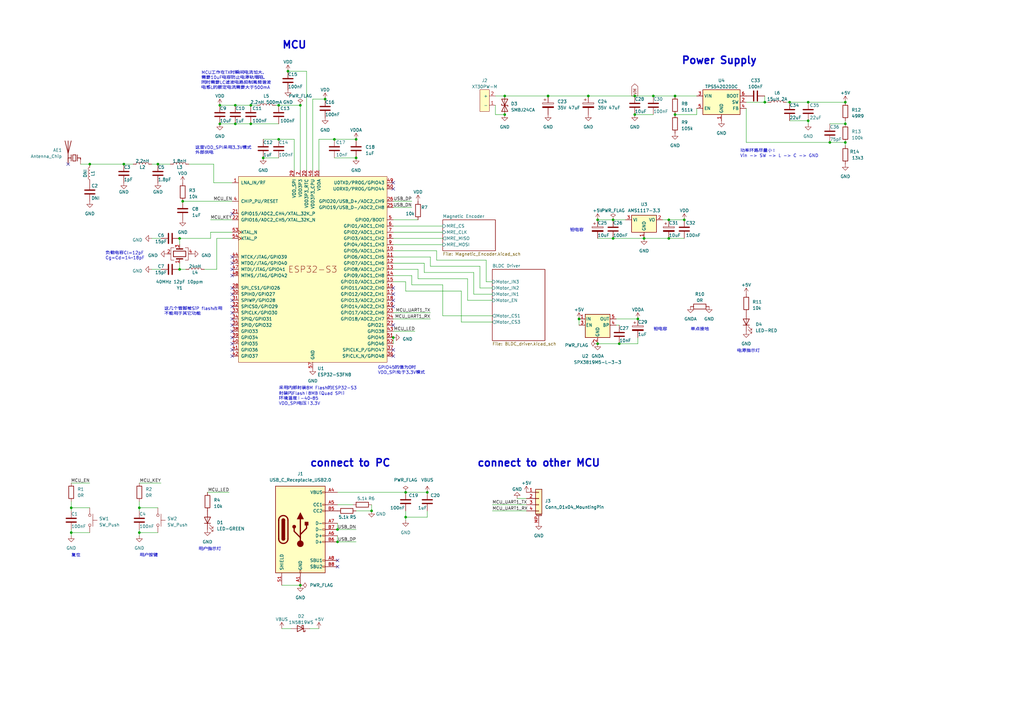
<source format=kicad_sch>
(kicad_sch (version 20230121) (generator eeschema)
  (paper "A3")
  (title_block (title "ServoLess") (date "2023-03-17") (rev "V2.0") (company "Aiano"))
  (junction (at 264.16 97.79))
  (junction (at 224.79 39.37))
  (junction (at 146.05 64.77))
  (junction (at 251.46 97.79))
  (junction (at 346.71 58.42))
  (junction (at 260.35 46.99))
  (junction (at 133.35 40.64))
  (junction (at 152.4 209.55))
  (junction (at 245.11 90.17))
  (junction (at 166.37 201.93))
  (junction (at 102.87 50.8))
  (junction (at 90.17 50.8))
  (junction (at 340.36 58.42))
  (junction (at 114.3 43.18))
  (junction (at 207.01 46.99))
  (junction (at 114.3 57.15))
  (junction (at 118.11 29.21))
  (junction (at 331.47 49.53))
  (junction (at 29.21 208.28))
  (junction (at 123.19 43.18))
  (junction (at 123.19 240.03))
  (junction (at 64.77 67.31))
  (junction (at 237.49 130.81))
  (junction (at 74.93 82.55))
  (junction (at 36.83 67.31))
  (junction (at 280.67 90.17))
  (junction (at 267.97 39.37))
  (junction (at 146.05 57.15))
  (junction (at 138.43 222.25))
  (junction (at 96.52 50.8))
  (junction (at 73.66 97.79))
  (junction (at 137.16 57.15))
  (junction (at 161.29 138.43))
  (junction (at 207.01 39.37))
  (junction (at 274.32 97.79))
  (junction (at 260.35 39.37))
  (junction (at 245.11 140.97))
  (junction (at 346.71 41.91))
  (junction (at 175.26 201.93))
  (junction (at 346.71 50.8))
  (junction (at 90.17 43.18))
  (junction (at 241.3 39.37))
  (junction (at 331.47 41.91))
  (junction (at 251.46 90.17))
  (junction (at 166.37 212.09))
  (junction (at 50.8 67.31))
  (junction (at 29.21 218.44))
  (junction (at 73.66 110.49))
  (junction (at 274.32 90.17))
  (junction (at 261.62 130.81))
  (junction (at 276.86 39.37))
  (junction (at 57.15 218.44))
  (junction (at 57.15 208.28))
  (junction (at 254 140.97))
  (junction (at 138.43 217.17))
  (junction (at 96.52 43.18))
  (junction (at 276.86 46.99))
  (junction (at 323.85 41.91))
  (junction (at 107.95 64.77))
  (junction (at 102.87 43.18))
  (junction (at 313.69 41.91))
  (no_connect (at 95.25 146.05))
  (no_connect (at 95.25 107.95))
  (no_connect (at 161.29 133.35))
  (no_connect (at 95.25 130.81))
  (no_connect (at 95.25 113.03))
  (no_connect (at 161.29 143.51))
  (no_connect (at 138.43 232.41))
  (no_connect (at 161.29 118.11))
  (no_connect (at 95.25 140.97))
  (no_connect (at 95.25 128.27))
  (no_connect (at 138.43 229.87))
  (no_connect (at 95.25 143.51))
  (no_connect (at 95.25 105.41))
  (no_connect (at 95.25 87.63))
  (no_connect (at 161.29 74.93))
  (no_connect (at 95.25 135.89))
  (no_connect (at 161.29 125.73))
  (no_connect (at 161.29 123.19))
  (no_connect (at 95.25 123.19))
  (no_connect (at 95.25 138.43))
  (no_connect (at 95.25 110.49))
  (no_connect (at 95.25 120.65))
  (no_connect (at 95.25 118.11))
  (no_connect (at 161.29 77.47))
  (no_connect (at 27.94 67.31))
  (no_connect (at 161.29 120.65))
  (no_connect (at 95.25 125.73))
  (no_connect (at 161.29 146.05))
  (no_connect (at 95.25 133.35))
  (wire (pts (xy 189.23 132.08) (xy 201.93 132.08)))
  (wire (pts (xy 271.78 90.17) (xy 274.32 90.17)))
  (wire (pts (xy 196.85 109.22) (xy 196.85 118.11)))
  (wire (pts (xy 168.91 82.55) (xy 161.29 82.55)))
  (wire (pts (xy 274.32 97.79) (xy 280.67 97.79)))
  (wire (pts (xy 207.01 39.37) (xy 224.79 39.37)))
  (wire (pts (xy 36.83 198.12) (xy 29.21 198.12)))
  (wire (pts (xy 173.99 111.76) (xy 194.31 111.76)))
  (wire (pts (xy 62.23 110.49) (xy 66.04 110.49)))
  (wire (pts (xy 168.91 85.09) (xy 161.29 85.09)))
  (wire (pts (xy 57.15 205.74) (xy 57.15 208.28)))
  (wire (pts (xy 115.57 240.03) (xy 123.19 240.03)))
  (wire (pts (xy 237.49 130.81) (xy 237.49 133.35)))
  (wire (pts (xy 201.93 207.01) (xy 215.9 207.01)))
  (wire (pts (xy 137.16 64.77) (xy 146.05 64.77)))
  (wire (pts (xy 203.2 43.18) (xy 203.2 46.99)))
  (wire (pts (xy 73.66 97.79) (xy 73.66 100.33)))
  (wire (pts (xy 254 140.97) (xy 245.11 140.97)))
  (wire (pts (xy 191.77 114.3) (xy 191.77 123.19)))
  (wire (pts (xy 274.32 90.17) (xy 280.67 90.17)))
  (wire (pts (xy 128.27 69.85) (xy 128.27 40.64)))
  (wire (pts (xy 138.43 207.01) (xy 144.78 207.01)))
  (wire (pts (xy 62.23 67.31) (xy 64.77 67.31)))
  (wire (pts (xy 73.66 107.95) (xy 73.66 110.49)))
  (wire (pts (xy 96.52 50.8) (xy 102.87 50.8)))
  (wire (pts (xy 166.37 213.36) (xy 166.37 212.09)))
  (wire (pts (xy 86.36 97.79) (xy 73.66 97.79)))
  (wire (pts (xy 86.36 95.25) (xy 86.36 97.79)))
  (wire (pts (xy 57.15 218.44) (xy 57.15 217.17)))
  (wire (pts (xy 179.07 106.68) (xy 199.39 106.68)))
  (wire (pts (xy 152.4 207.01) (xy 152.4 209.55)))
  (wire (pts (xy 57.15 208.28) (xy 57.15 209.55)))
  (wire (pts (xy 241.3 39.37) (xy 260.35 39.37)))
  (wire (pts (xy 260.35 39.37) (xy 267.97 39.37)))
  (wire (pts (xy 252.73 130.81) (xy 261.62 130.81)))
  (wire (pts (xy 138.43 201.93) (xy 166.37 201.93)))
  (wire (pts (xy 161.29 92.71) (xy 181.61 92.71)))
  (wire (pts (xy 88.9 97.79) (xy 95.25 97.79)))
  (wire (pts (xy 114.3 57.15) (xy 107.95 57.15)))
  (wire (pts (xy 33.02 67.31) (xy 36.83 67.31)))
  (wire (pts (xy 245.11 97.79) (xy 251.46 97.79)))
  (wire (pts (xy 224.79 39.37) (xy 241.3 39.37)))
  (wire (pts (xy 171.45 110.49) (xy 171.45 114.3)))
  (wire (pts (xy 62.23 97.79) (xy 66.04 97.79)))
  (wire (pts (xy 194.31 111.76) (xy 194.31 120.65)))
  (wire (pts (xy 146.05 209.55) (xy 152.4 209.55)))
  (wire (pts (xy 313.69 39.37) (xy 313.69 41.91)))
  (wire (pts (xy 203.2 39.37) (xy 207.01 39.37)))
  (wire (pts (xy 29.21 218.44) (xy 29.21 217.17)))
  (wire (pts (xy 138.43 219.71) (xy 138.43 222.25)))
  (wire (pts (xy 171.45 110.49) (xy 161.29 110.49)))
  (wire (pts (xy 176.53 128.27) (xy 161.29 128.27)))
  (wire (pts (xy 181.61 129.54) (xy 201.93 129.54)))
  (wire (pts (xy 57.15 208.28) (xy 64.77 208.28)))
  (wire (pts (xy 245.11 90.17) (xy 251.46 90.17)))
  (wire (pts (xy 306.07 44.45) (xy 306.07 58.42)))
  (wire (pts (xy 181.61 116.84) (xy 181.61 129.54)))
  (wire (pts (xy 313.69 41.91) (xy 314.96 41.91)))
  (wire (pts (xy 191.77 123.19) (xy 201.93 123.19)))
  (wire (pts (xy 137.16 57.15) (xy 146.05 57.15)))
  (wire (pts (xy 176.53 105.41) (xy 176.53 109.22)))
  (wire (pts (xy 261.62 140.97) (xy 254 140.97)))
  (wire (pts (xy 285.75 44.45) (xy 285.75 46.99)))
  (wire (pts (xy 175.26 212.09) (xy 175.26 209.55)))
  (wire (pts (xy 203.2 46.99) (xy 207.01 46.99)))
  (wire (pts (xy 176.53 105.41) (xy 161.29 105.41)))
  (wire (pts (xy 74.93 82.55) (xy 95.25 82.55)))
  (wire (pts (xy 87.63 67.31) (xy 77.47 67.31)))
  (wire (pts (xy 130.81 57.15) (xy 137.16 57.15)))
  (wire (pts (xy 66.04 198.12) (xy 57.15 198.12)))
  (wire (pts (xy 29.21 218.44) (xy 36.83 218.44)))
  (wire (pts (xy 123.19 43.18) (xy 114.3 43.18)))
  (wire (pts (xy 127 257.81) (xy 130.81 257.81)))
  (wire (pts (xy 201.93 209.55) (xy 215.9 209.55)))
  (wire (pts (xy 161.29 100.33) (xy 181.61 100.33)))
  (wire (pts (xy 95.25 95.25) (xy 86.36 95.25)))
  (wire (pts (xy 96.52 43.18) (xy 102.87 43.18)))
  (wire (pts (xy 29.21 208.28) (xy 29.21 209.55)))
  (wire (pts (xy 199.39 115.57) (xy 201.93 115.57)))
  (wire (pts (xy 323.85 49.53) (xy 331.47 49.53)))
  (wire (pts (xy 179.07 102.87) (xy 179.07 106.68)))
  (wire (pts (xy 73.66 110.49) (xy 76.2 110.49)))
  (wire (pts (xy 322.58 41.91) (xy 323.85 41.91)))
  (wire (pts (xy 173.99 107.95) (xy 161.29 107.95)))
  (wire (pts (xy 83.82 110.49) (xy 88.9 110.49)))
  (wire (pts (xy 125.73 69.85) (xy 125.73 29.21)))
  (wire (pts (xy 252.73 133.35) (xy 254 133.35)))
  (wire (pts (xy 173.99 107.95) (xy 173.99 111.76)))
  (wire (pts (xy 340.36 50.8) (xy 346.71 50.8)))
  (wire (pts (xy 285.75 46.99) (xy 276.86 46.99)))
  (wire (pts (xy 128.27 40.64) (xy 133.35 40.64)))
  (wire (pts (xy 251.46 90.17) (xy 256.54 90.17)))
  (wire (pts (xy 138.43 214.63) (xy 138.43 217.17)))
  (wire (pts (xy 102.87 50.8) (xy 114.3 50.8)))
  (wire (pts (xy 50.8 67.31) (xy 54.61 67.31)))
  (wire (pts (xy 57.15 218.44) (xy 64.77 218.44)))
  (wire (pts (xy 340.36 58.42) (xy 346.71 58.42)))
  (wire (pts (xy 29.21 219.71) (xy 29.21 218.44)))
  (wire (pts (xy 171.45 114.3) (xy 191.77 114.3)))
  (wire (pts (xy 260.35 46.99) (xy 267.97 46.99)))
  (wire (pts (xy 161.29 113.03) (xy 168.91 113.03)))
  (wire (pts (xy 166.37 119.38) (xy 189.23 119.38)))
  (wire (pts (xy 69.85 67.31) (xy 64.77 67.31)))
  (wire (pts (xy 212.09 204.47) (xy 215.9 204.47)))
  (wire (pts (xy 168.91 116.84) (xy 181.61 116.84)))
  (wire (pts (xy 90.17 43.18) (xy 96.52 43.18)))
  (wire (pts (xy 176.53 130.81) (xy 161.29 130.81)))
  (wire (pts (xy 168.91 113.03) (xy 168.91 116.84)))
  (wire (pts (xy 114.3 57.15) (xy 120.65 57.15)))
  (wire (pts (xy 306.07 58.42) (xy 340.36 58.42)))
  (wire (pts (xy 146.05 222.25) (xy 138.43 222.25)))
  (wire (pts (xy 331.47 49.53) (xy 331.47 50.8)))
  (wire (pts (xy 276.86 39.37) (xy 285.75 39.37)))
  (wire (pts (xy 179.07 102.87) (xy 161.29 102.87)))
  (wire (pts (xy 113.03 43.18) (xy 114.3 43.18)))
  (wire (pts (xy 261.62 138.43) (xy 261.62 140.97)))
  (wire (pts (xy 120.65 69.85) (xy 120.65 57.15)))
  (wire (pts (xy 267.97 39.37) (xy 276.86 39.37)))
  (wire (pts (xy 95.25 74.93) (xy 87.63 74.93)))
  (wire (pts (xy 93.98 201.93) (xy 85.09 201.93)))
  (wire (pts (xy 115.57 257.81) (xy 119.38 257.81)))
  (wire (pts (xy 161.29 138.43) (xy 161.29 140.97)))
  (wire (pts (xy 161.29 97.79) (xy 181.61 97.79)))
  (wire (pts (xy 130.81 69.85) (xy 130.81 57.15)))
  (wire (pts (xy 166.37 212.09) (xy 175.26 212.09)))
  (wire (pts (xy 264.16 97.79) (xy 274.32 97.79)))
  (wire (pts (xy 331.47 41.91) (xy 346.71 41.91)))
  (wire (pts (xy 29.21 205.74) (xy 29.21 208.28)))
  (wire (pts (xy 196.85 118.11) (xy 201.93 118.11)))
  (wire (pts (xy 87.63 74.93) (xy 87.63 67.31)))
  (wire (pts (xy 251.46 97.79) (xy 264.16 97.79)))
  (wire (pts (xy 194.31 120.65) (xy 201.93 120.65)))
  (wire (pts (xy 323.85 41.91) (xy 331.47 41.91)))
  (wire (pts (xy 199.39 106.68) (xy 199.39 115.57)))
  (wire (pts (xy 166.37 115.57) (xy 166.37 119.38)))
  (wire (pts (xy 88.9 110.49) (xy 88.9 97.79)))
  (wire (pts (xy 161.29 115.57) (xy 166.37 115.57)))
  (wire (pts (xy 107.95 64.77) (xy 114.3 64.77)))
  (wire (pts (xy 138.43 217.17) (xy 146.05 217.17)))
  (wire (pts (xy 161.29 90.17) (xy 171.45 90.17)))
  (wire (pts (xy 123.19 69.85) (xy 123.19 43.18)))
  (wire (pts (xy 102.87 43.18) (xy 105.41 43.18)))
  (wire (pts (xy 86.36 90.17) (xy 95.25 90.17)))
  (wire (pts (xy 170.18 135.89) (xy 161.29 135.89)))
  (wire (pts (xy 36.83 67.31) (xy 50.8 67.31)))
  (wire (pts (xy 166.37 212.09) (xy 166.37 209.55)))
  (wire (pts (xy 166.37 201.93) (xy 175.26 201.93)))
  (wire (pts (xy 176.53 109.22) (xy 196.85 109.22)))
  (wire (pts (xy 306.07 41.91) (xy 313.69 41.91)))
  (wire (pts (xy 161.29 95.25) (xy 181.61 95.25)))
  (wire (pts (xy 346.71 58.42) (xy 346.71 59.69)))
  (wire (pts (xy 125.73 29.21) (xy 118.11 29.21)))
  (wire (pts (xy 57.15 219.71) (xy 57.15 218.44)))
  (wire (pts (xy 29.21 208.28) (xy 36.83 208.28)))
  (wire (pts (xy 189.23 119.38) (xy 189.23 132.08)))
  (wire (pts (xy 90.17 50.8) (xy 96.52 50.8)))
  (wire (pts (xy 346.71 49.53) (xy 346.71 50.8)))
  (text "单点接地" (at 283.21 135.89 0) (effects (font (size 1.27 1.27)) (justify left bottom)))
  (text "封装内Flash：8MB（Quad SPI）\n环境温度：-40~85\nVDD_SPI电压：3.3V" (at 114.3 166.37 0) (effects (font (size 1.27 1.27)) (justify left bottom)))
  (text "采用内部封装8M Flash的ESP32-S3" (at 114.3 160.02 0) (effects (font (size 1.27 1.27)) (justify left bottom)))
  (text "这几个管脚被SiP flash占用\n不能用于其它功能" (at 67.31 129.54 0) (effects (font (size 1.27 1.27)) (justify left bottom)))
  (text "负载电容Cl=12pF\nCg=Cd=14~18pF" (at 43.18 106.68 0) (effects (font (size 1.27 1.27)) (justify left bottom)))
  (text "这里VDD_SPI采用3.3V模式\n外部供电" (at 80.01 63.5 0) (effects (font (size 1.27 1.27)) (justify left bottom)))
  (text "电源指示灯" (at 302.26 144.78 0) (effects (font (size 1.27 1.27)) (justify left bottom)))
  (text "connect to PC\n" (at 127 191.77 0) (effects (font (size 3 3) (thickness 0.6) bold) (justify left bottom)))
  (text "connect to other MCU" (at 195.58 191.77 0) (effects (font (size 3 3) (thickness 0.6) bold) (justify left bottom)))
  (text "钽电容\n" (at 267.97 135.89 0) (effects (font (size 1.27 1.27)) (justify left bottom)))
  (text "GPIO45的值为0时\nVDD_SPI处于3.3V模式" (at 154.94 153.67 0) (effects (font (size 1.27 1.27)) (justify left bottom)))
  (text "用户指示灯" (at 81.28 226.06 0) (effects (font (size 1.27 1.27)) (justify left bottom)))
  (text "MCU工作在TX时瞬间电流加大，\n需要10uF电容防止电源轨塌陷，\n同时需要LC滤波电路抑制高频谐波\n电感L的额定电流需要大于500mA" (at 82.55 36.83 0) (effects (font (size 1.27 1.27)) (justify left bottom)))
  (text "MCU\n" (at 115.57 20.32 0) (effects (font (size 3 3) (thickness 0.6) bold) (justify left bottom)))
  (text "复位\n" (at 29.21 228.6 0) (effects (font (size 1.27 1.27)) (justify left bottom)))
  (text "Power Supply\n" (at 279.4 26.67 0) (effects (font (size 3 3) (thickness 0.6) bold) (justify left bottom)))
  (text "钽电容\n" (at 233.68 95.25 0) (effects (font (size 1.27 1.27)) (justify left bottom)))
  (text "用户按键\n" (at 57.15 228.6 0) (effects (font (size 1.27 1.27)) (justify left bottom)))
  (text "功率环路尽量小：\nVin -> SW -> L -> C -> GND" (at 303.53 64.77 0) (effects (font (size 1.27 1.27)) (justify left bottom)))
  (label "MCU_EN" (at 95.25 82.55 180))
  (label "MCU_LED" (at 93.98 201.93 180))
  (label "USB_DN" (at 146.05 217.17 180))
  (label "MCU_UART1_RX" (at 176.53 130.81 180))
  (label "MCU_KEY" (at 86.36 90.17 0))
  (label "MCU_KEY" (at 66.04 198.12 180))
  (label "MCU_UART1_TX" (at 176.53 128.27 180))
  (label "MCU_UART1_RX" (at 201.93 209.55 0))
  (label "USB_DP" (at 146.05 222.25 180))
  (label "MCU_EN" (at 36.83 198.12 180))
  (label "USB_DN" (at 168.91 85.09 180))
  (label "MCU_LED" (at 170.18 135.89 180))
  (label "USB_DP" (at 168.91 82.55 180))
  (label "MCU_UART1_TX" (at 201.93 207.01 0))
  (global_label "VM" (shape output) (at 260.35 39.37 90) (property "Intersheetrefs" "${INTERSHEET_REFS}" (effects hide)))
  (symbol (lib_id "power:VDDA") (at 261.62 130.81 0) (unit 1)
    (property "Reference" "#PWR042" (effects hide))
    (property "Value" "VDDA" (at 261.62 127 0))
  )
  (symbol (lib_id "Device:R") (at 29.21 201.93 0) (unit 1)
    (property "Reference" "R1" (at 31.75 200.6599 0) (effects (justify left)))
    (property "Value" "0R" (at 31.75 203.1999 0) (effects (justify left)))
    (property "Footprint" "Resistor_SMD:R_0402_1005Metric" (effects hide))
  )
  (symbol (lib_id "power:GND") (at 50.8 74.93 0) (unit 1)
    (property "Reference" "#PWR03" (effects hide))
    (property "Value" "GND" (at 50.8 78.74 0))
  )
  (symbol (lib_id "Device:R") (at 306.07 124.46 0) (unit 1)
    (property "Reference" "R11" (at 308.61 123.825 0) (effects (justify left)))
    (property "Value" "10k" (at 308.61 126.365 0) (effects (justify left)))
    (property "Footprint" "Resistor_SMD:R_0402_1005Metric" (effects hide))
  )
  (symbol (lib_id "Espressif:ESP32-S3") (at 128.27 110.49 0) (unit 1)
    (property "Reference" "U1" (at 130.2259 151.13 0) (effects (justify left)))
    (property "Value" "ESP32-S3FN8" (at 130.2259 153.67 0) (effects (justify left)))
    (property "Footprint" "Package_DFN_QFN:QFN-56-1EP_7x7mm_P0.4mm_EP5.6x5.6mm" (effects hide))
    (property "Datasheet" "https://www.espressif.com/sites/default/files/documentation/esp32-s3_datasheet_en.pdf" (effects hide))
  )
  (symbol (lib_id "power:GND") (at 133.35 48.26 0) (unit 1)
    (property "Reference" "#PWR023" (effects hide))
    (property "Value" "GND" (at 133.35 53.34 0))
  )
  (symbol (lib_id "Switch:SW_Push") (at 36.83 213.36 270) (unit 1)
    (property "Reference" "SW1" (at 40.64 212.725 90) (effects (justify left)))
    (property "Value" "SW_Push" (at 40.64 215.265 90) (effects (justify left)))
    (property "Footprint" "Button_Switch_SMD:SW_Push_1P1T_NO_Vertical_Wuerth_434133025816" (effects hide))
  )
  (symbol (lib_id "Device:R") (at 148.59 207.01 90) (unit 1)
    (property "Reference" "R6" (at 152.4 204.47 90))
    (property "Value" "5.1k" (at 148.59 204.47 90))
    (property "Footprint" "Resistor_SMD:R_0402_1005Metric" (effects hide))
  )
  (symbol (lib_id "Device:C") (at 280.67 93.98 0) (unit 1)
    (property "Reference" "C32" (at 281.305 91.44 0) (effects (justify left)))
    (property "Value" "100nF" (at 281.305 96.52 0) (effects (justify left)))
    (property "Footprint" "Capacitor_SMD:C_0402_1005Metric" (effects hide))
  )
  (symbol (lib_id "Device:C") (at 114.3 60.96 0) (unit 1)
    (property "Reference" "C14" (at 114.3 58.42 0) (effects (justify left)))
    (property "Value" "100nF" (at 114.3 63.5 0) (effects (justify left)))
    (property "Footprint" "Capacitor_SMD:C_0402_1005Metric" (effects hide))
  )
  (symbol (lib_id "power:GND") (at 224.79 46.99 0) (unit 1)
    (property "Reference" "#PWR036" (effects hide))
    (property "Value" "GND" (at 224.79 52.07 0))
  )
  (symbol (lib_name "PWR_FLAG_1") (lib_id "power:PWR_FLAG") (at 245.11 140.97 90) (unit 1)
    (property "Reference" "#FLG04" (effects hide))
    (property "Value" "PWR_FLAG" (at 241.3 141.605 90) (effects (justify left)))
  )
  (symbol (lib_id "Device:C") (at 146.05 60.96 0) (unit 1)
    (property "Reference" "C18" (at 149.86 60.325 0) (effects (justify left)))
    (property "Value" "1uF" (at 149.86 62.865 0) (effects (justify left)))
    (property "Footprint" "Capacitor_SMD:C_0603_1608Metric" (effects hide))
  )
  (symbol (lib_id "power:GND") (at 295.91 49.53 0) (unit 1)
    (property "Reference" "#PWR048" (effects hide))
    (property "Value" "GND" (at 295.91 54.61 0))
  )
  (symbol (lib_id "Device:Antenna_Chip") (at 30.48 64.77 0) (mirror y) (unit 1)
    (property "Reference" "AE1" (at 25.4 61.595 0) (effects (justify left)))
    (property "Value" "Antenna_Chip" (at 25.4 64.135 0) (effects (justify left)))
    (property "Footprint" "czm_kicad_lib:AN2051" (effects hide))
  )
  (symbol (lib_id "power:VDD") (at 90.17 43.18 0) (unit 1)
    (property "Reference" "#PWR013" (effects hide))
    (property "Value" "VDD" (at 90.17 39.37 0))
  )
  (symbol (lib_id "Device:C") (at 137.16 60.96 0) (unit 1)
    (property "Reference" "C17" (at 137.795 58.42 0) (effects (justify left)))
    (property "Value" "10nF" (at 137.795 63.5 0) (effects (justify left)))
    (property "Footprint" "Capacitor_SMD:C_0402_1005Metric" (effects hide))
  )
  (symbol (lib_id "Device:C") (at 96.52 46.99 0) (unit 1)
    (property "Reference" "C10" (at 96.52 44.45 0) (effects (justify left)))
    (property "Value" "1uF" (at 96.52 49.53 0) (effects (justify left)))
    (property "Footprint" "Capacitor_SMD:C_0603_1608Metric" (effects hide))
  )
  (symbol (lib_id "power:VDD") (at 74.93 74.93 0) (unit 1)
    (property "Reference" "#PWR010" (effects hide))
    (property "Value" "VDD" (at 74.93 71.12 0))
  )
  (symbol (lib_id "Device:C") (at 107.95 60.96 0) (unit 1)
    (property "Reference" "C12" (at 107.95 58.42 0) (effects (justify left)))
    (property "Value" "1uF" (at 107.95 63.5 0) (effects (justify left)))
    (property "Footprint" "Capacitor_SMD:C_0603_1608Metric" (effects hide))
  )
  (symbol (lib_id "czm_kicad_lib:XT30PW-M") (at 196.85 45.72 0) (unit 1)
    (property "Reference" "J2" (at 198.755 33.02 0))
    (property "Value" "XT30PW-M" (at 198.755 35.56 0))
    (property "Footprint" "czm_kicad_lib:AMASS_XT30PW-M_1x02_P2.50mm_Horizontal" (effects hide))
  )
  (symbol (lib_id "Device:C_Polarized") (at 224.79 43.18 0) (unit 1)
    (property "Reference" "C23" (at 228.6 41.656 0) (effects (justify left)))
    (property "Value" "35V 47uF" (at 228.6 44.196 0) (effects (justify left)))
    (property "Footprint" "Capacitor_SMD:CP_Elec_6.3x5.2" (effects hide))
  )
  (symbol (lib_id "Device:R") (at 346.71 54.61 0) (unit 1)
    (property "Reference" "R13" (at 349.25 53.975 0) (effects (justify left)))
    (property "Value" "100k" (at 349.25 56.515 0) (effects (justify left)))
    (property "Footprint" "Resistor_SMD:R_0402_1005Metric" (effects hide))
  )
  (symbol (lib_id "power:VDD") (at 171.45 82.55 0) (unit 1)
    (property "Reference" "#PWR030" (effects hide))
    (property "Value" "VDD" (at 171.45 78.74 0))
  )
  (symbol (lib_id "power:VDD") (at 118.11 29.21 0) (unit 1)
    (property "Reference" "#PWR017" (effects hide))
    (property "Value" "VDD" (at 118.11 25.4 0))
  )
  (symbol (lib_id "power:VDD") (at 133.35 40.64 0) (unit 1)
    (property "Reference" "#PWR022" (effects hide))
    (property "Value" "VDD" (at 133.35 36.83 0))
  )
  (symbol (lib_id "Device:L") (at 36.83 71.12 180) (unit 1)
    (property "Reference" "L1" (at 38.1 71.12 90))
    (property "Value" "DNI" (at 34.925 71.12 90))
    (property "Footprint" "Inductor_SMD:L_0402_1005Metric" (effects hide))
  )
  (symbol (lib_id "Device:C") (at 254 137.16 0) (unit 1)
    (property "Reference" "C27" (at 254 134.62 0) (effects (justify left)))
    (property "Value" "10nF" (at 254 139.7 0) (effects (justify left)))
    (property "Footprint" "Capacitor_SMD:C_0402_1005Metric" (effects hide))
  )
  (symbol (lib_id "power:GND") (at 220.98 214.63 0) (unit 1)
    (property "Reference" "#PWR035" (effects hide))
    (property "Value" "GND" (at 220.98 219.71 0))
  )
  (symbol (lib_id "power:GND") (at 128.27 151.13 0) (unit 1)
    (property "Reference" "#PWR020" (effects hide))
    (property "Value" "GND" (at 128.27 156.21 0))
  )
  (symbol (lib_id "power:GND") (at 276.86 54.61 0) (unit 1)
    (property "Reference" "#PWR044" (effects hide))
    (property "Value" "GND" (at 276.86 59.69 0))
  )
  (symbol (lib_id "power:PWR_FLAG") (at 123.19 240.03 270) (unit 1)
    (property "Reference" "#FLG02" (effects hide))
    (property "Value" "PWR_FLAG" (at 127 240.0299 90) (effects (justify left)))
  )
  (symbol (lib_id "power:GND") (at 166.37 213.36 0) (unit 1)
    (property "Reference" "#PWR028" (effects hide))
    (property "Value" "GND" (at 166.37 218.44 0))
  )
  (symbol (lib_id "Device:C") (at 260.35 43.18 0) (unit 1)
    (property "Reference" "C28" (at 260.35 40.64 0) (effects (justify left)))
    (property "Value" "10uF" (at 260.35 45.72 0) (effects (justify left)))
    (property "Footprint" "Capacitor_SMD:C_1206_3216Metric" (effects hide))
  )
  (symbol (lib_id "power:GNDA") (at 283.21 125.73 0) (unit 1)
    (property "Reference" "#PWR046" (effects hide))
    (property "Value" "GNDA" (at 283.21 130.81 0))
  )
  (symbol (lib_id "Device:C") (at 74.93 86.36 0) (unit 1)
    (property "Reference" "C8" (at 78.74 85.725 0) (effects (justify left)))
    (property "Value" "1uF" (at 78.74 88.265 0) (effects (justify left)))
    (property "Footprint" "Capacitor_SMD:C_0402_1005Metric" (effects hide))
  )
  (symbol (lib_id "power:GND") (at 118.11 36.83 0) (unit 1)
    (property "Reference" "#PWR018" (effects hide))
    (property "Value" "GND" (at 118.11 41.91 0))
  )
  (symbol (lib_name "PWR_FLAG_2") (lib_id "power:PWR_FLAG") (at 251.46 90.17 0) (unit 1)
    (property "Reference" "#FLG05" (effects hide))
    (property "Value" "PWR_FLAG" (at 251.46 86.36 0))
  )
  (symbol (lib_id "power:GND") (at 62.23 97.79 270) (unit 1)
    (property "Reference" "#PWR05" (effects hide))
    (property "Value" "GND" (at 58.42 98.425 90) (effects (justify right)))
  )
  (symbol (lib_id "Device:C") (at 57.15 213.36 0) (unit 1)
    (property "Reference" "C4" (at 57.15 210.82 0) (effects (justify left)))
    (property "Value" "100nF" (at 57.15 215.9 0) (effects (justify left)))
    (property "Footprint" "Capacitor_SMD:C_0402_1005Metric" (effects hide))
  )
  (symbol (lib_id "power:GND") (at 241.3 46.99 0) (unit 1)
    (property "Reference" "#PWR038" (effects hide))
    (property "Value" "GND" (at 241.3 52.07 0))
  )
  (symbol (lib_id "Diode:1N5819WS") (at 123.19 257.81 180) (unit 1)
    (property "Reference" "D2" (at 123.5075 252.73 0))
    (property "Value" "1N5819WS" (at 123.5075 255.27 0))
    (property "Footprint" "Diode_SMD:D_SOD-323" (effects hide))
    (property "Datasheet" "https://datasheet.lcsc.com/lcsc/2204281430_Guangdong-Hottech-1N5819WS_C191023.pdf" (effects hide))
  )
  (symbol (lib_id "Device:L") (at 109.22 43.18 90) (unit 1)
    (property "Reference" "L5" (at 109.22 39.37 90))
    (property "Value" "2.2nH 500mA" (at 109.22 41.91 90))
    (property "Footprint" "Inductor_SMD:L_0603_1608Metric" (effects hide))
  )
  (symbol (lib_id "power:GND") (at 29.21 219.71 0) (unit 1)
    (property "Reference" "#PWR01" (effects hide))
    (property "Value" "GND" (at 29.21 224.79 0))
  )
  (symbol (lib_id "Device:R") (at 85.09 205.74 0) (unit 1)
    (property "Reference" "R4" (at 87.63 205.105 0) (effects (justify left)))
    (property "Value" "10k" (at 87.63 207.645 0) (effects (justify left)))
    (property "Footprint" "Resistor_SMD:R_0402_1005Metric" (effects hide))
  )
  (symbol (lib_id "Device:Crystal_GND24") (at 73.66 104.14 90) (unit 1)
    (property "Reference" "Y1" (at 73.66 118.11 90))
    (property "Value" "40MHz 12pF 10ppm" (at 73.66 115.57 90))
    (property "Footprint" "Crystal:Crystal_SMD_3225-4Pin_3.2x2.5mm" (effects hide))
  )
  (symbol (lib_id "power:+5V") (at 237.49 130.81 0) (unit 1)
    (property "Reference" "#PWR037" (effects hide))
    (property "Value" "+5V" (at 237.49 127 0))
  )
  (symbol (lib_id "Device:C") (at 251.46 93.98 0) (unit 1)
    (property "Reference" "C26" (at 251.46 91.44 0) (effects (justify left)))
    (property "Value" "100nF" (at 251.46 96.52 0) (effects (justify left)))
    (property "Footprint" "Capacitor_SMD:C_0402_1005Metric" (effects hide))
  )
  (symbol (lib_id "Device:R") (at 287.02 125.73 90) (unit 1)
    (property "Reference" "R10" (at 287.02 120.65 90))
    (property "Value" "0R" (at 287.02 123.19 90))
    (property "Footprint" "Resistor_SMD:R_0402_1005Metric" (effects hide))
  )
  (symbol (lib_id "Device:C") (at 90.17 46.99 0) (unit 1)
    (property "Reference" "C9" (at 90.17 44.45 0) (effects (justify left)))
    (property "Value" "10uF" (at 90.17 49.53 0) (effects (justify left)))
    (property "Footprint" "Capacitor_SMD:C_1206_3216Metric" (effects hide))
  )
  (symbol (lib_id "Device:C") (at 102.87 46.99 0) (unit 1)
    (property "Reference" "C11" (at 103.505 44.45 0) (effects (justify left)))
    (property "Value" "100nF" (at 103.505 49.53 0) (effects (justify left)))
    (property "Footprint" "Capacitor_SMD:C_0402_1005Metric" (effects hide))
  )
  (symbol (lib_id "power:+5V") (at 306.07 120.65 0) (unit 1)
    (property "Reference" "#PWR049" (effects hide))
    (property "Value" "+5V" (at 306.07 116.84 0))
  )
  (symbol (lib_id "Connector_Generic_MountingPin:Conn_01x04_MountingPin") (at 220.98 204.47 0) (unit 1)
    (property "Reference" "J3" (at 223.52 205.4606 0) (effects (justify left)))
    (property "Value" "Conn_01x04_MountingPin" (at 223.52 208.0006 0) (effects (justify left)))
    (property "Footprint" "Connector_JST:JST_SH_SM04B-SRSS-TB_1x04-1MP_P1.00mm_Horizontal" (effects hide))
  )
  (symbol (lib_name "PWR_FLAG_3") (lib_id "power:PWR_FLAG") (at 123.19 43.18 0) (unit 1)
    (property "Reference" "#FLG01" (effects hide))
    (property "Value" "PWR_FLAG" (at 123.19 39.37 0))
  )
  (symbol (lib_id "Regulator_Switching:TPS54202DDC") (at 295.91 41.91 0) (unit 1)
    (property "Reference" "U4" (at 295.91 33.02 0))
    (property "Value" "TPS54202DDC" (at 295.91 35.56 0))
    (property "Footprint" "Package_TO_SOT_SMD:SOT-23-6" (effects hide))
    (property "Datasheet" "http://www.ti.com/lit/ds/symlink/tps54202.pdf" (effects hide))
  )
  (symbol (lib_id "power:GND") (at 107.95 64.77 0) (unit 1)
    (property "Reference" "#PWR015" (effects hide))
    (property "Value" "GND" (at 107.95 69.85 0))
  )
  (symbol (lib_id "Device:C") (at 29.21 213.36 0) (unit 1)
    (property "Reference" "C1" (at 29.21 210.82 0) (effects (justify left)))
    (property "Value" "100nF" (at 29.21 215.9 0) (effects (justify left)))
    (property "Footprint" "Capacitor_SMD:C_0402_1005Metric" (effects hide))
  )
  (symbol (lib_id "Device:C") (at 118.11 33.02 0) (unit 1)
    (property "Reference" "C15" (at 118.11 30.48 0) (effects (justify left)))
    (property "Value" "100nF" (at 118.11 35.56 0) (effects (justify left)))
    (property "Footprint" "Capacitor_SMD:C_0402_1005Metric" (effects hide))
  )
  (symbol (lib_id "power:+5V") (at 245.11 90.17 0) (unit 1)
    (property "Reference" "#PWR039" (effects hide))
    (property "Value" "+5V" (at 245.11 86.36 0))
  )
  (symbol (lib_id "power:GNDA") (at 245.11 140.97 0) (unit 1)
    (property "Reference" "#PWR040" (effects hide))
    (property "Value" "GNDA" (at 245.11 146.05 0))
  )
  (symbol (lib_id "power:GND") (at 85.09 217.17 0) (unit 1)
    (property "Reference" "#PWR012" (effects hide))
    (property "Value" "GND" (at 85.09 222.25 0))
  )
  (symbol (lib_id "power:GND") (at 331.47 50.8 0) (unit 1)
    (property "Reference" "#PWR051" (effects hide))
    (property "Value" "GND" (at 331.47 55.88 0))
  )
  (symbol (lib_id "Device:C") (at 340.36 54.61 0) (unit 1)
    (property "Reference" "C36" (at 340.36 52.07 0) (effects (justify left)))
    (property "Value" "75pF" (at 340.36 57.15 0) (effects (justify left)))
    (property "Footprint" "Capacitor_SMD:C_0402_1005Metric" (effects hide))
  )
  (symbol (lib_id "Device:C") (at 175.26 205.74 0) (unit 1)
    (property "Reference" "C20" (at 176.53 203.2 0) (effects (justify left)))
    (property "Value" "1uF" (at 171.45 208.28 0) (effects (justify left)))
    (property "Footprint" "Capacitor_SMD:C_0402_1005Metric" (effects hide))
  )
  (symbol (lib_id "Device:C") (at 36.83 78.74 0) (unit 1)
    (property "Reference" "C2" (at 37.465 76.2 0) (effects (justify left)))
    (property "Value" "DNI" (at 37.465 81.28 0) (effects (justify left)))
    (property "Footprint" "Capacitor_SMD:C_0402_1005Metric" (effects hide))
  )
  (symbol (lib_id "Device:L") (at 80.01 110.49 90) (unit 1)
    (property "Reference" "L4" (at 80.01 111.76 90))
    (property "Value" "24nH" (at 80.01 109.22 90))
    (property "Footprint" "Inductor_SMD:L_0402_1005Metric" (effects hide))
  )
  (symbol (lib_id "power:VDD") (at 280.67 90.17 0) (unit 1)
    (property "Reference" "#PWR045" (effects hide))
    (property "Value" "VDD" (at 280.67 86.36 0))
  )
  (symbol (lib_id "power:+5V") (at 130.81 257.81 0) (unit 1)
    (property "Reference" "#PWR021" (effects hide))
    (property "Value" "+5V" (at 130.81 254 0))
  )
  (symbol (lib_id "Device:R") (at 142.24 209.55 90) (unit 1)
    (property "Reference" "R5" (at 144.78 212.09 90))
    (property "Value" "5.1k" (at 140.97 212.09 90))
    (property "Footprint" "Resistor_SMD:R_0402_1005Metric" (effects hide))
  )
  (symbol (lib_id "Device:C_Polarized") (at 274.32 93.98 0) (unit 1)
    (property "Reference" "C31" (at 274.32 91.44 0) (effects (justify left)))
    (property "Value" "10uF" (at 274.32 96.52 0) (effects (justify left)))
    (property "Footprint" "Capacitor_SMD:C_1206_3216Metric" (effects hide))
  )
  (symbol (lib_id "Device:R") (at 171.45 86.36 180) (unit 1)
    (property "Reference" "R7" (at 172.72 85.09 0) (effects (justify right)))
    (property "Value" "10k" (at 166.37 87.63 0) (effects (justify right)))
    (property "Footprint" "Resistor_SMD:R_0402_1005Metric" (effects hide))
  )
  (symbol (lib_id "power:GND") (at 62.23 110.49 270) (unit 1)
    (property "Reference" "#PWR06" (effects hide))
    (property "Value" "GND" (at 58.42 111.125 90) (effects (justify right)))
  )
  (symbol (lib_id "Device:L") (at 318.77 41.91 90) (unit 1)
    (property "Reference" "L6" (at 318.77 38.1 90))
    (property "Value" "15uH 2A" (at 318.77 40.64 90))
    (property "Footprint" "Inductor_SMD:L_7.3x7.3_H3.5" (effects hide))
  )
  (symbol (lib_id "power:GND") (at 264.16 97.79 0) (unit 1)
    (property "Reference" "#PWR043" (effects hide))
    (property "Value" "GND" (at 264.16 102.87 0))
  )
  (symbol (lib_id "power:GND") (at 68.58 104.14 270) (unit 1)
    (property "Reference" "#PWR08" (effects hide))
    (property "Value" "GND" (at 64.77 104.775 90) (effects (justify right)))
  )
  (symbol (lib_id "Device:C_Polarized") (at 245.11 93.98 0) (unit 1)
    (property "Reference" "C25" (at 245.11 91.44 0) (effects (justify left)))
    (property "Value" "10uF" (at 245.11 96.52 0) (effects (justify left)))
    (property "Footprint" "Capacitor_SMD:C_1206_3216Metric" (effects hide))
  )
  (symbol (lib_id "power:+5V") (at 215.9 201.93 0) (unit 1)
    (property "Reference" "#PWR034" (effects hide))
    (property "Value" "+5V" (at 215.9 198.12 0))
  )
  (symbol (lib_id "Device:D_TVS") (at 207.01 43.18 90) (unit 1)
    (property "Reference" "D3" (at 209.55 42.545 90) (effects (justify right)))
    (property "Value" "SMBJ24CA" (at 209.55 45.085 90) (effects (justify right)))
    (property "Footprint" "Diode_SMD:D_SMB" (effects hide))
  )
  (symbol (lib_id "Device:C") (at 50.8 71.12 0) (unit 1)
    (property "Reference" "C3" (at 50.8 68.58 0) (effects (justify left)))
    (property "Value" "1pF" (at 50.8 73.66 0) (effects (justify left)))
    (property "Footprint" "Capacitor_SMD:C_0402_1005Metric" (effects hide))
  )
  (symbol (lib_id "Device:R") (at 74.93 78.74 0) (unit 1)
    (property "Reference" "R3" (at 77.47 78.105 0) (effects (justify left)))
    (property "Value" "10k" (at 77.47 80.645 0) (effects (justify left)))
    (property "Footprint" "Resistor_SMD:R_0402_1005Metric" (effects hide))
  )
  (symbol (lib_id "Device:C_Polarized") (at 261.62 134.62 0) (unit 1)
    (property "Reference" "C29" (at 261.62 132.08 0) (effects (justify left)))
    (property "Value" "1uF" (at 261.62 137.16 0) (effects (justify left)))
    (property "Footprint" "Capacitor_SMD:C_0603_1608Metric" (effects hide))
  )
  (symbol (lib_id "power:GND") (at 78.74 104.14 90) (unit 1)
    (property "Reference" "#PWR09" (effects hide))
    (property "Value" "GND" (at 82.55 104.775 90) (effects (justify right)))
  )
  (symbol (lib_id "power:VBUS") (at 115.57 257.81 0) (unit 1)
    (property "Reference" "#PWR016" (effects hide))
    (property "Value" "VBUS" (at 115.57 254 0))
  )
  (symbol (lib_id "power:GND") (at 146.05 64.77 0) (unit 1)
    (property "Reference" "#PWR025" (effects hide))
    (property "Value" "GND" (at 146.05 69.85 0))
  )
  (symbol (lib_id "Device:C") (at 267.97 43.18 0) (unit 1)
    (property "Reference" "C30" (at 267.97 40.64 0) (effects (justify left)))
    (property "Value" "100nF" (at 267.97 45.72 0) (effects (justify left)))
    (property "Footprint" "Capacitor_SMD:C_0402_1005Metric" (effects hide))
  )
  (symbol (lib_id "Device:C") (at 64.77 71.12 0) (unit 1)
    (property "Reference" "C5" (at 64.77 68.58 0) (effects (justify left)))
    (property "Value" "1.8pF" (at 64.77 73.66 0) (effects (justify left)))
    (property "Footprint" "Capacitor_SMD:C_0402_1005Metric" (effects hide))
  )
  (symbol (lib_id "Device:LED") (at 306.07 132.08 90) (unit 1)
    (property "Reference" "D4" (at 309.88 133.0325 90) (effects (justify right)))
    (property "Value" "LED-RED" (at 309.88 135.5725 90) (effects (justify right)))
    (property "Footprint" "LED_SMD:LED_0603_1608Metric" (effects hide))
  )
  (symbol (lib_id "power:GND") (at 90.17 50.8 0) (unit 1)
    (property "Reference" "#PWR014" (effects hide))
    (property "Value" "GND" (at 90.17 55.88 0))
  )
  (symbol (lib_id "Device:L") (at 58.42 67.31 90) (unit 1)
    (property "Reference" "L2" (at 58.42 68.58 90))
    (property "Value" "2.2nH" (at 58.42 66.04 90))
    (property "Footprint" "Inductor_SMD:L_0402_1005Metric" (effects hide))
  )
  (symbol (lib_id "Switch:SW_Push") (at 64.77 213.36 270) (unit 1)
    (property "Reference" "SW2" (at 68.58 212.725 90) (effects (justify left)))
    (property "Value" "SW_Push" (at 68.58 215.265 90) (effects (justify left)))
    (property "Footprint" "Button_Switch_SMD:SW_Push_1P1T_NO_Vertical_Wuerth_434133025816" (effects hide))
  )
  (symbol (lib_id "Device:R") (at 57.15 201.93 0) (unit 1)
    (property "Reference" "R2" (at 59.69 200.6599 0) (effects (justify left)))
    (property "Value" "0R" (at 59.69 203.1999 0) (effects (justify left)))
    (property "Footprint" "Resistor_SMD:R_0402_1005Metric" (effects hide))
  )
  (symbol (lib_id "Device:C_Polarized") (at 241.3 43.18 0) (unit 1)
    (property "Reference" "C24" (at 245.11 41.656 0) (effects (justify left)))
    (property "Value" "35V 47uF" (at 245.11 44.196 0) (effects (justify left)))
    (property "Footprint" "Capacitor_SMD:CP_Elec_6.3x5.2" (effects hide))
  )
  (symbol (lib_id "power:+5V") (at 346.71 41.91 0) (unit 1)
    (property "Reference" "#PWR052" (effects hide))
    (property "Value" "+5V" (at 346.71 38.1 0))
  )
  (symbol (lib_id "Regulator_Linear:SPX3819M5-L-3-3") (at 245.11 133.35 0) (unit 1)
    (property "Reference" "U2" (at 240.03 146.05 0))
    (property "Value" "SPX3819M5-L-3-3" (at 245.11 148.59 0))
    (property "Footprint" "Package_TO_SOT_SMD:SOT-23-5" (effects hide))
    (property "Datasheet" "https://www.exar.com/content/document.ashx?id=22106&languageid=1033&type=Datasheet&partnumber=SPX3819&filename=SPX3819.pdf&part=SPX3819" (effects hide))
  )
  (symbol (lib_id "Device:R") (at 276.86 50.8 0) (unit 1)
    (property "Reference" "R9" (at 279.4 50.165 0) (effects (justify left)))
    (property "Value" "105k" (at 279.4 52.705 0) (effects (justify left)))
    (property "Footprint" "Resistor_SMD:R_0402_1005Metric" (effects hide))
  )
  (symbol (lib_id "power:GND") (at 64.77 74.93 0) (unit 1)
    (property "Reference" "#PWR07" (effects hide))
    (property "Value" "GND" (at 64.77 78.74 0))
  )
  (symbol (lib_id "power:GND") (at 36.83 82.55 0) (unit 1)
    (property "Reference" "#PWR02" (effects hide))
    (property "Value" "GND" (at 36.83 87.63 0))
  )
  (symbol (lib_id "Device:C") (at 166.37 205.74 0) (unit 1)
    (property "Reference" "C19" (at 167.64 203.2 0) (effects (justify left)))
    (property "Value" "100nF" (at 160.02 208.28 0) (effects (justify left)))
    (property "Footprint" "Capacitor_SMD:C_0402_1005Metric" (effects hide))
  )
  (symbol (lib_id "Device:R") (at 346.71 63.5 0) (unit 1)
    (property "Reference" "R14" (at 350.52 62.23 0))
    (property "Value" "13k3" (at 351.79 64.77 0))
    (property "Footprint" "Resistor_SMD:R_0402_1005Metric" (effects hide))
  )
  (symbol (lib_id "power:GND") (at 207.01 46.99 0) (unit 1)
    (property "Reference" "#PWR032" (effects hide))
    (property "Value" "GND" (at 207.01 52.07 0))
  )
  (symbol (lib_id "power:PWR_FLAG") (at 166.37 201.93 0) (unit 1)
    (property "Reference" "#FLG03" (effects hide))
    (property "Value" "PWR_FLAG" (at 166.37 196.85 0))
  )
  (symbol (lib_id "Device:LED") (at 85.09 213.36 90) (unit 1)
    (property "Reference" "D1" (at 88.9 214.3125 90) (effects (justify right)))
    (property "Value" "LED-GREEN" (at 88.9 216.8525 90) (effects (justify right)))
    (property "Footprint" "LED_SMD:LED_0603_1608Metric" (effects hide))
  )
  (symbol (lib_id "power:GND") (at 346.71 67.31 0) (unit 1)
    (property "Reference" "#PWR053" (effects hide))
    (property "Value" "GND" (at 346.71 72.39 0))
  )
  (symbol (lib_id "power:GND") (at 57.15 219.71 0) (unit 1)
    (property "Reference" "#PWR04" (effects hide))
    (property "Value" "GND" (at 57.15 224.79 0))
  )
  (symbol (lib_id "power:GND") (at 306.07 135.89 0) (unit 1)
    (property "Reference" "#PWR050" (effects hide))
    (property "Value" "GND" (at 306.07 140.97 0))
  )
  (symbol (lib_id "Device:C") (at 133.35 44.45 0) (unit 1)
    (property "Reference" "C16" (at 133.35 41.91 0) (effects (justify left)))
    (property "Value" "100nF" (at 133.35 46.99 0) (effects (justify left)))
    (property "Footprint" "Capacitor_SMD:C_0402_1005Metric" (effects hide))
  )
  (symbol (lib_id "power:GND") (at 290.83 125.73 0) (unit 1)
    (property "Reference" "#PWR047" (effects hide))
    (property "Value" "GND" (at 290.83 130.81 0))
  )
  (symbol (lib_id "Device:R") (at 276.86 43.18 0) (unit 1)
    (property "Reference" "R8" (at 279.4 42.545 0) (effects (justify left)))
    (property "Value" "511k" (at 279.4 45.085 0) (effects (justify left)))
    (property "Footprint" "Resistor_SMD:R_0402_1005Metric" (effects hide))
  )
  (symbol (lib_id "Device:C") (at 309.88 39.37 90) (unit 1)
    (property "Reference" "C33" (at 309.88 33.02 90))
    (property "Value" "100nF" (at 309.88 35.56 90))
    (property "Footprint" "Capacitor_SMD:C_0402_1005Metric" (effects hide))
  )
  (symbol (lib_id "power:GND") (at 123.19 240.03 0) (unit 1)
    (property "Reference" "#PWR019" (effects hide))
    (property "Value" "GND" (at 123.19 245.11 0))
  )
  (symbol (lib_id "power:GND") (at 74.93 90.17 0) (unit 1)
    (property "Reference" "#PWR011" (effects hide))
    (property "Value" "GND" (at 74.93 95.25 0))
  )
  (symbol (lib_id "Connector:USB_C_Receptacle_USB2.0") (at 123.19 217.17 0) (unit 1)
    (property "Reference" "J1" (at 123.19 194.31 0))
    (property "Value" "USB_C_Receptacle_USB2.0" (at 123.19 196.85 0))
    (property "Footprint" "Connector_USB:USB_C_Receptacle_HRO_TYPE-C-31-M-12" (effects hide))
    (property "Datasheet" "https://www.usb.org/sites/default/files/documents/usb_type-c.zip" (effects hide))
  )
  (symbol (lib_id "Device:C") (at 69.85 110.49 90) (unit 1)
    (property "Reference" "C7" (at 66.04 109.22 90))
    (property "Value" "15pF" (at 66.04 111.76 90))
    (property "Footprint" "Capacitor_SMD:C_0402_1005Metric" (effects hide))
  )
  (symbol (lib_id "power:VBUS") (at 175.26 201.93 0) (unit 1)
    (property "Reference" "#PWR029" (effects hide))
    (property "Value" "VBUS" (at 175.26 196.85 0))
  )
  (symbol (lib_id "power:GND") (at 212.09 204.47 180) (unit 1)
    (property "Reference" "#PWR033" (effects hide))
    (property "Value" "GND" (at 212.09 200.66 0))
  )
  (symbol (lib_id "Regulator_Linear:AMS1117-3.3") (at 264.16 90.17 0) (unit 1)
    (property "Reference" "U3" (at 264.16 83.82 0))
    (property "Value" "AMS1117-3.3" (at 264.16 86.36 0))
    (property "Footprint" "Package_TO_SOT_SMD:SOT-89-3" (effects hide))
    (property "Datasheet" "http://www.advanced-monolithic.com/pdf/ds1117.pdf" (effects hide))
  )
  (symbol (lib_id "Device:C") (at 331.47 45.72 0) (unit 1)
    (property "Reference" "C35" (at 332.105 43.18 0) (effects (justify left)))
    (property "Value" "22uF" (at 332.105 48.26 0) (effects (justify left)))
    (property "Footprint" "Capacitor_SMD:C_1206_3216Metric" (effects hide))
  )
  (symbol (lib_id "Device:C") (at 114.3 46.99 0) (unit 1)
    (property "Reference" "C13" (at 114.935 44.45 0) (effects (justify left)))
    (property "Value" "100nF" (at 114.935 49.53 0) (effects (justify left)))
    (property "Footprint" "Capacitor_SMD:C_0402_1005Metric" (effects hide))
  )
  (symbol (lib_id "power:GND") (at 152.4 209.55 0) (unit 1)
    (property "Reference" "#PWR026" (effects hide))
    (property "Value" "GND" (at 156.21 210.82 0))
  )
  (symbol (lib_id "Device:L") (at 73.66 67.31 90) (unit 1)
    (property "Reference" "L3" (at 73.66 68.58 90))
    (property "Value" "1.8nH" (at 73.66 66.04 90))
    (property "Footprint" "Inductor_SMD:L_0402_1005Metric" (effects hide))
  )
  (symbol (lib_id "power:GND") (at 260.35 46.99 0) (unit 1)
    (property "Reference" "#PWR041" (effects hide))
    (property "Value" "GND" (at 260.35 52.07 0))
  )
  (symbol (lib_id "Device:R") (at 346.71 45.72 0) (unit 1)
    (property "Reference" "R12" (at 349.25 45.085 0) (effects (justify left)))
    (property "Value" "49R9" (at 349.25 47.625 0) (effects (justify left)))
    (property "Footprint" "Resistor_SMD:R_0402_1005Metric" (effects hide))
  )
  (symbol (lib_id "Device:C") (at 323.85 45.72 0) (unit 1)
    (property "Reference" "C34" (at 323.85 43.18 0) (effects (justify left)))
    (property "Value" "22uF" (at 323.85 48.26 0) (effects (justify left)))
    (property "Footprint" "Capacitor_SMD:C_1206_3216Metric" (effects hide))
  )
  (symbol (lib_id "power:GND") (at 161.29 138.43 90) (unit 1)
    (property "Reference" "#PWR027" (effects hide))
    (property "Value" "GND" (at 165.1 139.065 90) (effects (justify right)))
  )
  (symbol (lib_id "power:VDDA") (at 146.05 57.15 0) (unit 1)
    (property "Reference" "#PWR024" (effects hide))
    (property "Value" "VDDA" (at 146.05 53.34 0))
  )
  (symbol (lib_id "Device:C") (at 69.85 97.79 90) (unit 1)
    (property "Reference" "C6" (at 66.04 96.52 90))
    (property "Value" "15pF" (at 66.04 99.06 90))
    (property "Footprint" "Capacitor_SMD:C_0402_1005Metric" (effects hide))
  )
  (sheet (at 181.61 90.17) (size 21.59 12.7) (stroke (width 0.1524))
    (property "Sheetname" "Magnetic Encoder" (at 181.61 89.4584 0) (effects (justify left bottom)))
    (property "Sheetfile" "Magnetic_Encoder.kicad_sch" (at 181.61 103.4546 0) (effects (justify left top)))
    (pin "MRE_MOSI" input (at 181.61 100.33 180))
    (pin "MRE_MISO" output (at 181.61 97.79 180))
    (pin "MRE_CLK" input (at 181.61 95.25 180))
    (pin "MRE_CS" input (at 181.61 92.71 180))
  )
  (sheet (at 201.93 110.49) (size 21.59 29.21) (stroke (width 0.1524))
    (property "Sheetname" "BLDC Driver" (at 201.93 109.7784 0) (effects (justify left bottom)))
    (property "Sheetfile" "BLDC_driver.kicad_sch" (at 201.93 140.2846 0) (effects (justify left top)))
    (pin "Motor_IN1" input (at 201.93 120.65 180))
    (pin "Motor_IN2" input (at 201.93 118.11 180))
    (pin "Motor_IN3" input (at 201.93 115.57 180))
    (pin "Motor_EN" input (at 201.93 123.19 180))
    (pin "Motor_CS1" output (at 201.93 129.54 180))
    (pin "Motor_CS3" output (at 201.93 132.08 180))
  )
)
</source>
